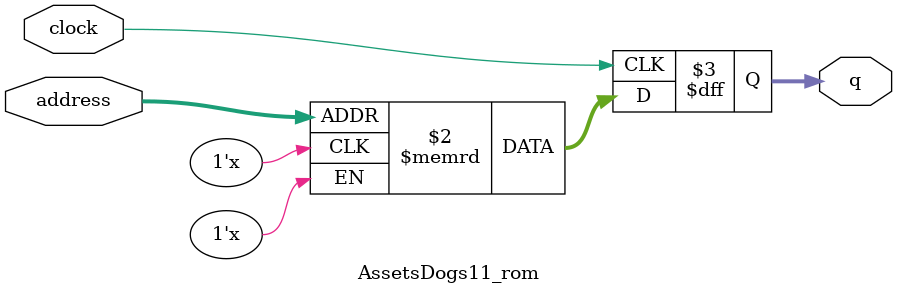
<source format=sv>
module AssetsDogs11_rom (
	input logic clock,
	input logic [13:0] address,
	output logic [3:0] q
);

logic [3:0] memory [0:10559] /* synthesis ram_init_file = "./AssetsDogs11/AssetsDogs11.mif" */;

always_ff @ (posedge clock) begin
	q <= memory[address];
end

endmodule

</source>
